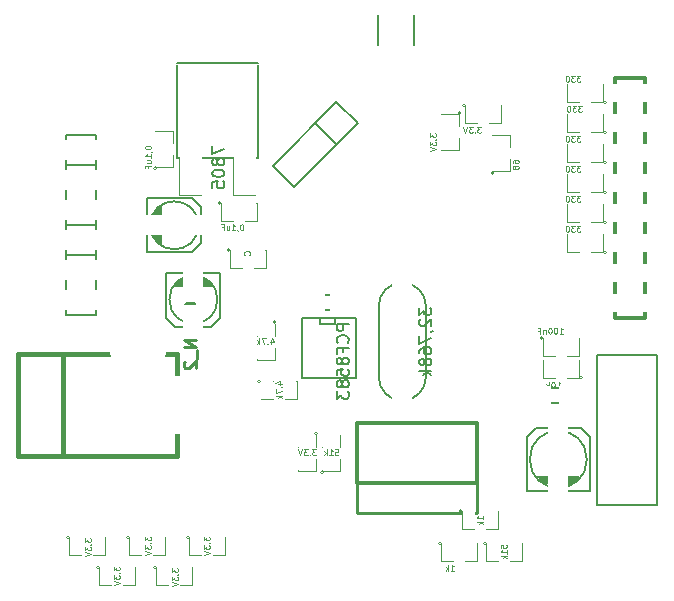
<source format=gbo>
G04 (created by PCBNEW (2013-mar-13)-testing) date nie, 20 paź 2013, 19:29:58*
%MOIN*%
G04 Gerber Fmt 3.4, Leading zero omitted, Abs format*
%FSLAX34Y34*%
G01*
G70*
G90*
G04 APERTURE LIST*
%ADD10C,0.005906*%
%ADD11C,0.005000*%
%ADD12C,0.006000*%
%ADD13C,0.003900*%
%ADD14C,0.012000*%
%ADD15C,0.015000*%
%ADD16C,0.010000*%
%ADD17C,0.004300*%
%ADD18C,0.008000*%
%ADD19R,0.052874X0.066874*%
%ADD20R,0.125984X0.066929*%
%ADD21R,0.066929X0.125984*%
%ADD22R,0.066929X0.165354*%
%ADD23R,0.042874X0.062874*%
%ADD24C,0.067874*%
%ADD25R,0.157874X0.067874*%
%ADD26R,0.062874X0.042874*%
%ADD27R,0.072874X0.127874*%
%ADD28R,0.247874X0.247874*%
%ADD29R,0.067874X0.067874*%
%ADD30C,0.196874*%
%ADD31R,0.196874X0.196874*%
%ADD32C,0.043274*%
%ADD33R,0.110274X0.070874*%
%ADD34R,0.070874X0.110274*%
%ADD35R,0.059074X0.066874*%
%ADD36R,0.070874X0.125974*%
%ADD37R,0.052874X0.027874*%
%ADD38R,0.157874X0.062874*%
G04 APERTURE END LIST*
G54D10*
G54D11*
X16711Y-13070D02*
X16711Y-12570D01*
X16211Y-13070D02*
X16211Y-12580D01*
X16061Y-13070D02*
X16861Y-13070D01*
X16861Y-13070D02*
X16861Y-12570D01*
X16861Y-12570D02*
X16061Y-12570D01*
X16061Y-12570D02*
X16061Y-13070D01*
G54D12*
X1174Y-4145D02*
X174Y-4145D01*
X174Y-4145D02*
X174Y-7145D01*
X174Y-7145D02*
X1174Y-7145D01*
X1174Y-7145D02*
X1174Y-4145D01*
X174Y-5145D02*
X1174Y-5145D01*
X1174Y-7145D02*
X174Y-7145D01*
X174Y-7145D02*
X174Y-10145D01*
X174Y-10145D02*
X1174Y-10145D01*
X1174Y-10145D02*
X1174Y-7145D01*
X174Y-8145D02*
X1174Y-8145D01*
X10567Y-145D02*
X10567Y-1145D01*
X11780Y-1145D02*
X11780Y-145D01*
G54D10*
X12161Y-9839D02*
X12161Y-12201D01*
X10586Y-9839D02*
X10586Y-12201D01*
X11374Y-9052D02*
G75*
G02X12161Y-9839I0J-787D01*
G74*
G01*
X10586Y-9839D02*
G75*
G02X11374Y-9052I787J0D01*
G74*
G01*
X11374Y-12989D02*
G75*
G02X10586Y-12201I0J787D01*
G74*
G01*
X12161Y-12201D02*
G75*
G02X11374Y-12989I-787J0D01*
G74*
G01*
G54D13*
X4274Y-17545D02*
G75*
G03X4274Y-17545I-50J0D01*
G74*
G01*
X4674Y-17545D02*
X4274Y-17545D01*
X4274Y-17545D02*
X4274Y-18145D01*
X4274Y-18145D02*
X4674Y-18145D01*
X5074Y-18145D02*
X5474Y-18145D01*
X5474Y-18145D02*
X5474Y-17545D01*
X5474Y-17545D02*
X5074Y-17545D01*
X3174Y-18545D02*
G75*
G03X3174Y-18545I-50J0D01*
G74*
G01*
X3574Y-18545D02*
X3174Y-18545D01*
X3174Y-18545D02*
X3174Y-19145D01*
X3174Y-19145D02*
X3574Y-19145D01*
X3974Y-19145D02*
X4374Y-19145D01*
X4374Y-19145D02*
X4374Y-18545D01*
X4374Y-18545D02*
X3974Y-18545D01*
X2274Y-17545D02*
G75*
G03X2274Y-17545I-50J0D01*
G74*
G01*
X2674Y-17545D02*
X2274Y-17545D01*
X2274Y-17545D02*
X2274Y-18145D01*
X2274Y-18145D02*
X2674Y-18145D01*
X3074Y-18145D02*
X3474Y-18145D01*
X3474Y-18145D02*
X3474Y-17545D01*
X3474Y-17545D02*
X3074Y-17545D01*
X1274Y-18545D02*
G75*
G03X1274Y-18545I-50J0D01*
G74*
G01*
X1674Y-18545D02*
X1274Y-18545D01*
X1274Y-18545D02*
X1274Y-19145D01*
X1274Y-19145D02*
X1674Y-19145D01*
X2074Y-19145D02*
X2474Y-19145D01*
X2474Y-19145D02*
X2474Y-18545D01*
X2474Y-18545D02*
X2074Y-18545D01*
X274Y-17545D02*
G75*
G03X274Y-17545I-50J0D01*
G74*
G01*
X674Y-17545D02*
X274Y-17545D01*
X274Y-17545D02*
X274Y-18145D01*
X274Y-18145D02*
X674Y-18145D01*
X1074Y-18145D02*
X1474Y-18145D01*
X1474Y-18145D02*
X1474Y-17545D01*
X1474Y-17545D02*
X1074Y-17545D01*
G54D12*
X9888Y-3738D02*
X9181Y-3031D01*
X9181Y-3031D02*
X7059Y-5152D01*
X7059Y-5152D02*
X7766Y-5859D01*
X7766Y-5859D02*
X9888Y-3738D01*
X8474Y-3738D02*
X9181Y-4445D01*
G54D10*
X19861Y-16470D02*
X19861Y-11470D01*
X19861Y-11470D02*
X17861Y-11470D01*
X17861Y-11470D02*
X17861Y-16470D01*
X17861Y-16470D02*
X19861Y-16470D01*
G54D13*
X17374Y-12220D02*
G75*
G03X17374Y-12220I-50J0D01*
G74*
G01*
X16874Y-12220D02*
X17274Y-12220D01*
X17274Y-12220D02*
X17274Y-11620D01*
X17274Y-11620D02*
X16874Y-11620D01*
X16474Y-11620D02*
X16074Y-11620D01*
X16074Y-11620D02*
X16074Y-12220D01*
X16074Y-12220D02*
X16474Y-12220D01*
X18174Y-7045D02*
G75*
G03X18174Y-7045I-50J0D01*
G74*
G01*
X17674Y-7045D02*
X18074Y-7045D01*
X18074Y-7045D02*
X18074Y-6445D01*
X18074Y-6445D02*
X17674Y-6445D01*
X17274Y-6445D02*
X16874Y-6445D01*
X16874Y-6445D02*
X16874Y-7045D01*
X16874Y-7045D02*
X17274Y-7045D01*
X18174Y-6045D02*
G75*
G03X18174Y-6045I-50J0D01*
G74*
G01*
X17674Y-6045D02*
X18074Y-6045D01*
X18074Y-6045D02*
X18074Y-5445D01*
X18074Y-5445D02*
X17674Y-5445D01*
X17274Y-5445D02*
X16874Y-5445D01*
X16874Y-5445D02*
X16874Y-6045D01*
X16874Y-6045D02*
X17274Y-6045D01*
X18174Y-5045D02*
G75*
G03X18174Y-5045I-50J0D01*
G74*
G01*
X17674Y-5045D02*
X18074Y-5045D01*
X18074Y-5045D02*
X18074Y-4445D01*
X18074Y-4445D02*
X17674Y-4445D01*
X17274Y-4445D02*
X16874Y-4445D01*
X16874Y-4445D02*
X16874Y-5045D01*
X16874Y-5045D02*
X17274Y-5045D01*
X18174Y-4045D02*
G75*
G03X18174Y-4045I-50J0D01*
G74*
G01*
X17674Y-4045D02*
X18074Y-4045D01*
X18074Y-4045D02*
X18074Y-3445D01*
X18074Y-3445D02*
X17674Y-3445D01*
X17274Y-3445D02*
X16874Y-3445D01*
X16874Y-3445D02*
X16874Y-4045D01*
X16874Y-4045D02*
X17274Y-4045D01*
X18174Y-3045D02*
G75*
G03X18174Y-3045I-50J0D01*
G74*
G01*
X17674Y-3045D02*
X18074Y-3045D01*
X18074Y-3045D02*
X18074Y-2445D01*
X18074Y-2445D02*
X17674Y-2445D01*
X17274Y-2445D02*
X16874Y-2445D01*
X16874Y-2445D02*
X16874Y-3045D01*
X16874Y-3045D02*
X17274Y-3045D01*
X18174Y-8045D02*
G75*
G03X18174Y-8045I-50J0D01*
G74*
G01*
X17674Y-8045D02*
X18074Y-8045D01*
X18074Y-8045D02*
X18074Y-7445D01*
X18074Y-7445D02*
X17674Y-7445D01*
X17274Y-7445D02*
X16874Y-7445D01*
X16874Y-7445D02*
X16874Y-8045D01*
X16874Y-8045D02*
X17274Y-8045D01*
X14424Y-5395D02*
G75*
G03X14424Y-5395I-50J0D01*
G74*
G01*
X14374Y-4945D02*
X14374Y-5345D01*
X14374Y-5345D02*
X14974Y-5345D01*
X14974Y-5345D02*
X14974Y-4945D01*
X14974Y-4545D02*
X14974Y-4145D01*
X14974Y-4145D02*
X14374Y-4145D01*
X14374Y-4145D02*
X14374Y-4545D01*
G54D11*
X4674Y-4895D02*
X4674Y-6145D01*
X4674Y-6145D02*
X3974Y-6145D01*
X3974Y-6145D02*
X3974Y-4895D01*
X6474Y-4895D02*
X6474Y-6145D01*
X6474Y-6145D02*
X5774Y-6145D01*
X5774Y-6145D02*
X5774Y-4895D01*
X3874Y-2495D02*
X3874Y-4895D01*
X3874Y-4895D02*
X6574Y-4895D01*
X6574Y-4895D02*
X6574Y-1795D01*
X6574Y-1745D02*
X3874Y-1745D01*
X3874Y-1795D02*
X3874Y-2495D01*
G54D14*
X9874Y-15745D02*
X13874Y-15745D01*
X13874Y-15745D02*
X13874Y-13745D01*
X13874Y-13745D02*
X9874Y-13745D01*
X9874Y-13745D02*
X9874Y-15745D01*
G54D15*
X-1125Y-14845D02*
X-1425Y-14845D01*
X-1425Y-14845D02*
X-1425Y-11445D01*
X-1425Y-11445D02*
X-1125Y-11445D01*
X74Y-14845D02*
X74Y-11445D01*
X3874Y-14845D02*
X3874Y-11445D01*
X-1125Y-11445D02*
X3874Y-11445D01*
X-1125Y-14845D02*
X3874Y-14845D01*
G54D13*
X5324Y-6395D02*
G75*
G03X5324Y-6395I-50J0D01*
G74*
G01*
X5724Y-6395D02*
X5324Y-6395D01*
X5324Y-6395D02*
X5324Y-6995D01*
X5324Y-6995D02*
X5724Y-6995D01*
X6124Y-6995D02*
X6524Y-6995D01*
X6524Y-6995D02*
X6524Y-6395D01*
X6524Y-6395D02*
X6124Y-6395D01*
X3174Y-5245D02*
G75*
G03X3174Y-5245I-50J0D01*
G74*
G01*
X3124Y-4795D02*
X3124Y-5195D01*
X3124Y-5195D02*
X3724Y-5195D01*
X3724Y-5195D02*
X3724Y-4795D01*
X3724Y-4395D02*
X3724Y-3995D01*
X3724Y-3995D02*
X3124Y-3995D01*
X3124Y-3995D02*
X3124Y-4395D01*
X16074Y-10895D02*
G75*
G03X16074Y-10895I-50J0D01*
G74*
G01*
X16474Y-10895D02*
X16074Y-10895D01*
X16074Y-10895D02*
X16074Y-11495D01*
X16074Y-11495D02*
X16474Y-11495D01*
X16874Y-11495D02*
X17274Y-11495D01*
X17274Y-11495D02*
X17274Y-10895D01*
X17274Y-10895D02*
X16874Y-10895D01*
X5624Y-7970D02*
G75*
G03X5624Y-7970I-50J0D01*
G74*
G01*
X6024Y-7970D02*
X5624Y-7970D01*
X5624Y-7970D02*
X5624Y-8570D01*
X5624Y-8570D02*
X6024Y-8570D01*
X6424Y-8570D02*
X6824Y-8570D01*
X6824Y-8570D02*
X6824Y-7970D01*
X6824Y-7970D02*
X6424Y-7970D01*
X13324Y-3395D02*
G75*
G03X13324Y-3395I-50J0D01*
G74*
G01*
X13274Y-3845D02*
X13274Y-3445D01*
X13274Y-3445D02*
X12674Y-3445D01*
X12674Y-3445D02*
X12674Y-3845D01*
X12674Y-4245D02*
X12674Y-4645D01*
X12674Y-4645D02*
X13274Y-4645D01*
X13274Y-4645D02*
X13274Y-4245D01*
X13474Y-3145D02*
G75*
G03X13474Y-3145I-50J0D01*
G74*
G01*
X13874Y-3145D02*
X13474Y-3145D01*
X13474Y-3145D02*
X13474Y-3745D01*
X13474Y-3745D02*
X13874Y-3745D01*
X14274Y-3745D02*
X14674Y-3745D01*
X14674Y-3745D02*
X14674Y-3145D01*
X14674Y-3145D02*
X14274Y-3145D01*
G54D16*
X13874Y-15745D02*
X9874Y-15745D01*
X13874Y-16745D02*
X9874Y-16745D01*
X9874Y-16745D02*
X9874Y-15745D01*
X13874Y-15745D02*
X13874Y-16745D01*
G54D11*
X4424Y-7145D02*
X4124Y-7145D01*
X4274Y-7295D02*
X4274Y-6995D01*
X4374Y-6245D02*
X2874Y-6245D01*
X4674Y-7745D02*
X4674Y-6545D01*
X4374Y-6245D02*
X4674Y-6545D01*
X4374Y-8045D02*
X2874Y-8045D01*
X4374Y-8045D02*
X4674Y-7745D01*
X2974Y-7095D02*
X2974Y-7195D01*
X3024Y-7395D02*
X3024Y-6895D01*
X3074Y-6795D02*
X3074Y-7495D01*
X3124Y-6695D02*
X3124Y-7595D01*
X3174Y-7645D02*
X3174Y-6645D01*
X3224Y-6595D02*
X3224Y-7695D01*
X3274Y-7745D02*
X3274Y-6545D01*
X3324Y-7795D02*
X3324Y-6495D01*
X4574Y-7145D02*
G75*
G03X4574Y-7145I-799J0D01*
G74*
G01*
X2874Y-8045D02*
X2874Y-6245D01*
X4411Y-10270D02*
X4411Y-9970D01*
X4261Y-10120D02*
X4561Y-10120D01*
X5311Y-10220D02*
X5311Y-8720D01*
X3811Y-10520D02*
X5011Y-10520D01*
X5311Y-10220D02*
X5011Y-10520D01*
X3511Y-10220D02*
X3511Y-8720D01*
X3511Y-10220D02*
X3811Y-10520D01*
X4461Y-8820D02*
X4361Y-8820D01*
X4161Y-8870D02*
X4661Y-8870D01*
X4761Y-8920D02*
X4061Y-8920D01*
X4861Y-8970D02*
X3961Y-8970D01*
X3911Y-9020D02*
X4911Y-9020D01*
X4961Y-9070D02*
X3861Y-9070D01*
X3811Y-9120D02*
X5011Y-9120D01*
X3761Y-9170D02*
X5061Y-9170D01*
X5211Y-9620D02*
G75*
G03X5211Y-9620I-800J0D01*
G74*
G01*
X3511Y-8720D02*
X5311Y-8720D01*
X9124Y-9970D02*
X9124Y-9470D01*
X8624Y-9970D02*
X8624Y-9480D01*
X8474Y-9970D02*
X9274Y-9970D01*
X9274Y-9970D02*
X9274Y-9470D01*
X9274Y-9470D02*
X8474Y-9470D01*
X8474Y-9470D02*
X8474Y-9970D01*
X16824Y-15845D02*
X16274Y-15845D01*
X16924Y-15795D02*
X16224Y-15795D01*
X17074Y-15745D02*
X16074Y-15745D01*
X16024Y-15695D02*
X17124Y-15695D01*
X17174Y-15645D02*
X15974Y-15645D01*
X15924Y-15595D02*
X17224Y-15595D01*
X17274Y-15545D02*
X15874Y-15545D01*
X17524Y-14945D02*
G75*
G03X17524Y-14945I-950J0D01*
G74*
G01*
X17624Y-15995D02*
X17624Y-14195D01*
X17624Y-14195D02*
X17324Y-13895D01*
X17324Y-13895D02*
X15824Y-13895D01*
X15824Y-13895D02*
X15524Y-14195D01*
X15524Y-14195D02*
X15524Y-15995D01*
X15524Y-15995D02*
X17624Y-15995D01*
X16574Y-14095D02*
X16574Y-14395D01*
X16724Y-14245D02*
X16424Y-14245D01*
G54D13*
X8549Y-14070D02*
G75*
G03X8549Y-14070I-50J0D01*
G74*
G01*
X8499Y-14520D02*
X8499Y-14120D01*
X8499Y-14120D02*
X7899Y-14120D01*
X7899Y-14120D02*
X7899Y-14520D01*
X7899Y-14920D02*
X7899Y-15320D01*
X7899Y-15320D02*
X8499Y-15320D01*
X8499Y-15320D02*
X8499Y-14920D01*
X7174Y-10370D02*
G75*
G03X7174Y-10370I-50J0D01*
G74*
G01*
X7124Y-10820D02*
X7124Y-10420D01*
X7124Y-10420D02*
X6524Y-10420D01*
X6524Y-10420D02*
X6524Y-10820D01*
X6524Y-11220D02*
X6524Y-11620D01*
X6524Y-11620D02*
X7124Y-11620D01*
X7124Y-11620D02*
X7124Y-11220D01*
X6649Y-12345D02*
G75*
G03X6649Y-12345I-50J0D01*
G74*
G01*
X7049Y-12345D02*
X6649Y-12345D01*
X6649Y-12345D02*
X6649Y-12945D01*
X6649Y-12945D02*
X7049Y-12945D01*
X7449Y-12945D02*
X7849Y-12945D01*
X7849Y-12945D02*
X7849Y-12345D01*
X7849Y-12345D02*
X7449Y-12345D01*
X13374Y-16670D02*
G75*
G03X13374Y-16670I-50J0D01*
G74*
G01*
X13774Y-16670D02*
X13374Y-16670D01*
X13374Y-16670D02*
X13374Y-17270D01*
X13374Y-17270D02*
X13774Y-17270D01*
X14174Y-17270D02*
X14574Y-17270D01*
X14574Y-17270D02*
X14574Y-16670D01*
X14574Y-16670D02*
X14174Y-16670D01*
X12674Y-17745D02*
G75*
G03X12674Y-17745I-50J0D01*
G74*
G01*
X13074Y-17745D02*
X12674Y-17745D01*
X12674Y-17745D02*
X12674Y-18345D01*
X12674Y-18345D02*
X13074Y-18345D01*
X13474Y-18345D02*
X13874Y-18345D01*
X13874Y-18345D02*
X13874Y-17745D01*
X13874Y-17745D02*
X13474Y-17745D01*
X8749Y-15370D02*
G75*
G03X8749Y-15370I-50J0D01*
G74*
G01*
X8699Y-14920D02*
X8699Y-15320D01*
X8699Y-15320D02*
X9299Y-15320D01*
X9299Y-15320D02*
X9299Y-14920D01*
X9299Y-14520D02*
X9299Y-14120D01*
X9299Y-14120D02*
X8699Y-14120D01*
X8699Y-14120D02*
X8699Y-14520D01*
X14174Y-17745D02*
G75*
G03X14174Y-17745I-50J0D01*
G74*
G01*
X14574Y-17745D02*
X14174Y-17745D01*
X14174Y-17745D02*
X14174Y-18345D01*
X14174Y-18345D02*
X14574Y-18345D01*
X14974Y-18345D02*
X15374Y-18345D01*
X15374Y-18345D02*
X15374Y-17745D01*
X15374Y-17745D02*
X14974Y-17745D01*
G54D11*
X8024Y-10220D02*
X8024Y-12220D01*
X8024Y-12220D02*
X9824Y-12220D01*
X9824Y-12220D02*
X9824Y-10220D01*
X9824Y-10220D02*
X8024Y-10220D01*
X8624Y-10220D02*
X8624Y-10420D01*
X8624Y-10420D02*
X9124Y-10420D01*
X9124Y-10420D02*
X9124Y-10220D01*
G54D14*
X19474Y-10245D02*
X19474Y-2245D01*
X19474Y-2245D02*
X18474Y-2245D01*
X18474Y-2245D02*
X18474Y-10245D01*
X18474Y-10245D02*
X19474Y-10245D01*
G54D10*
X11945Y-9886D02*
X11945Y-10130D01*
X12095Y-9998D01*
X12095Y-10055D01*
X12114Y-10092D01*
X12133Y-10111D01*
X12170Y-10130D01*
X12264Y-10130D01*
X12302Y-10111D01*
X12320Y-10092D01*
X12339Y-10055D01*
X12339Y-9942D01*
X12320Y-9905D01*
X12302Y-9886D01*
X11983Y-10280D02*
X11964Y-10298D01*
X11945Y-10336D01*
X11945Y-10430D01*
X11964Y-10467D01*
X11983Y-10486D01*
X12020Y-10505D01*
X12058Y-10505D01*
X12114Y-10486D01*
X12339Y-10261D01*
X12339Y-10505D01*
X12320Y-10692D02*
X12339Y-10692D01*
X12377Y-10673D01*
X12395Y-10655D01*
X11945Y-10823D02*
X11945Y-11086D01*
X12339Y-10917D01*
X11945Y-11404D02*
X11945Y-11330D01*
X11964Y-11292D01*
X11983Y-11273D01*
X12039Y-11236D01*
X12114Y-11217D01*
X12264Y-11217D01*
X12302Y-11236D01*
X12320Y-11255D01*
X12339Y-11292D01*
X12339Y-11367D01*
X12320Y-11404D01*
X12302Y-11423D01*
X12264Y-11442D01*
X12170Y-11442D01*
X12133Y-11423D01*
X12114Y-11404D01*
X12095Y-11367D01*
X12095Y-11292D01*
X12114Y-11255D01*
X12133Y-11236D01*
X12170Y-11217D01*
X12114Y-11667D02*
X12095Y-11629D01*
X12077Y-11611D01*
X12039Y-11592D01*
X12020Y-11592D01*
X11983Y-11611D01*
X11964Y-11629D01*
X11945Y-11667D01*
X11945Y-11742D01*
X11964Y-11779D01*
X11983Y-11798D01*
X12020Y-11817D01*
X12039Y-11817D01*
X12077Y-11798D01*
X12095Y-11779D01*
X12114Y-11742D01*
X12114Y-11667D01*
X12133Y-11629D01*
X12152Y-11611D01*
X12189Y-11592D01*
X12264Y-11592D01*
X12302Y-11611D01*
X12320Y-11629D01*
X12339Y-11667D01*
X12339Y-11742D01*
X12320Y-11779D01*
X12302Y-11798D01*
X12264Y-11817D01*
X12189Y-11817D01*
X12152Y-11798D01*
X12133Y-11779D01*
X12114Y-11742D01*
X12339Y-11986D02*
X11945Y-11986D01*
X12189Y-12023D02*
X12339Y-12136D01*
X12077Y-12136D02*
X12227Y-11986D01*
G54D17*
X4753Y-17529D02*
X4753Y-17651D01*
X4828Y-17585D01*
X4828Y-17614D01*
X4837Y-17632D01*
X4847Y-17642D01*
X4866Y-17651D01*
X4913Y-17651D01*
X4931Y-17642D01*
X4941Y-17632D01*
X4950Y-17614D01*
X4950Y-17557D01*
X4941Y-17539D01*
X4931Y-17529D01*
X4931Y-17736D02*
X4941Y-17745D01*
X4950Y-17736D01*
X4941Y-17726D01*
X4931Y-17736D01*
X4950Y-17736D01*
X4753Y-17811D02*
X4753Y-17933D01*
X4828Y-17867D01*
X4828Y-17895D01*
X4837Y-17914D01*
X4847Y-17923D01*
X4866Y-17933D01*
X4913Y-17933D01*
X4931Y-17923D01*
X4941Y-17914D01*
X4950Y-17895D01*
X4950Y-17839D01*
X4941Y-17820D01*
X4931Y-17811D01*
X4753Y-17989D02*
X4950Y-18054D01*
X4753Y-18120D01*
X3703Y-18579D02*
X3703Y-18701D01*
X3778Y-18635D01*
X3778Y-18664D01*
X3787Y-18682D01*
X3797Y-18692D01*
X3816Y-18701D01*
X3863Y-18701D01*
X3881Y-18692D01*
X3891Y-18682D01*
X3900Y-18664D01*
X3900Y-18607D01*
X3891Y-18589D01*
X3881Y-18579D01*
X3881Y-18786D02*
X3891Y-18795D01*
X3900Y-18786D01*
X3891Y-18776D01*
X3881Y-18786D01*
X3900Y-18786D01*
X3703Y-18861D02*
X3703Y-18983D01*
X3778Y-18917D01*
X3778Y-18945D01*
X3787Y-18964D01*
X3797Y-18973D01*
X3816Y-18983D01*
X3863Y-18983D01*
X3881Y-18973D01*
X3891Y-18964D01*
X3900Y-18945D01*
X3900Y-18889D01*
X3891Y-18870D01*
X3881Y-18861D01*
X3703Y-19039D02*
X3900Y-19104D01*
X3703Y-19170D01*
X2803Y-17529D02*
X2803Y-17651D01*
X2878Y-17585D01*
X2878Y-17614D01*
X2887Y-17632D01*
X2897Y-17642D01*
X2916Y-17651D01*
X2963Y-17651D01*
X2981Y-17642D01*
X2991Y-17632D01*
X3000Y-17614D01*
X3000Y-17557D01*
X2991Y-17539D01*
X2981Y-17529D01*
X2981Y-17736D02*
X2991Y-17745D01*
X3000Y-17736D01*
X2991Y-17726D01*
X2981Y-17736D01*
X3000Y-17736D01*
X2803Y-17811D02*
X2803Y-17933D01*
X2878Y-17867D01*
X2878Y-17895D01*
X2887Y-17914D01*
X2897Y-17923D01*
X2916Y-17933D01*
X2963Y-17933D01*
X2981Y-17923D01*
X2991Y-17914D01*
X3000Y-17895D01*
X3000Y-17839D01*
X2991Y-17820D01*
X2981Y-17811D01*
X2803Y-17989D02*
X3000Y-18054D01*
X2803Y-18120D01*
X1753Y-18529D02*
X1753Y-18651D01*
X1828Y-18585D01*
X1828Y-18614D01*
X1837Y-18632D01*
X1847Y-18642D01*
X1866Y-18651D01*
X1913Y-18651D01*
X1931Y-18642D01*
X1941Y-18632D01*
X1950Y-18614D01*
X1950Y-18557D01*
X1941Y-18539D01*
X1931Y-18529D01*
X1931Y-18736D02*
X1941Y-18745D01*
X1950Y-18736D01*
X1941Y-18726D01*
X1931Y-18736D01*
X1950Y-18736D01*
X1753Y-18811D02*
X1753Y-18933D01*
X1828Y-18867D01*
X1828Y-18895D01*
X1837Y-18914D01*
X1847Y-18923D01*
X1866Y-18933D01*
X1913Y-18933D01*
X1931Y-18923D01*
X1941Y-18914D01*
X1950Y-18895D01*
X1950Y-18839D01*
X1941Y-18820D01*
X1931Y-18811D01*
X1753Y-18989D02*
X1950Y-19054D01*
X1753Y-19120D01*
X803Y-17579D02*
X803Y-17701D01*
X878Y-17635D01*
X878Y-17664D01*
X887Y-17682D01*
X897Y-17692D01*
X916Y-17701D01*
X963Y-17701D01*
X981Y-17692D01*
X991Y-17682D01*
X1000Y-17664D01*
X1000Y-17607D01*
X991Y-17589D01*
X981Y-17579D01*
X981Y-17786D02*
X991Y-17795D01*
X1000Y-17786D01*
X991Y-17776D01*
X981Y-17786D01*
X1000Y-17786D01*
X803Y-17861D02*
X803Y-17983D01*
X878Y-17917D01*
X878Y-17945D01*
X887Y-17964D01*
X897Y-17973D01*
X916Y-17983D01*
X963Y-17983D01*
X981Y-17973D01*
X991Y-17964D01*
X1000Y-17945D01*
X1000Y-17889D01*
X991Y-17870D01*
X981Y-17861D01*
X803Y-18039D02*
X1000Y-18104D01*
X803Y-18170D01*
X16528Y-12559D02*
X16641Y-12559D01*
X16584Y-12559D02*
X16584Y-12362D01*
X16603Y-12390D01*
X16622Y-12409D01*
X16641Y-12418D01*
X16406Y-12362D02*
X16387Y-12362D01*
X16369Y-12371D01*
X16359Y-12381D01*
X16350Y-12400D01*
X16341Y-12437D01*
X16341Y-12484D01*
X16350Y-12522D01*
X16359Y-12540D01*
X16369Y-12550D01*
X16387Y-12559D01*
X16406Y-12559D01*
X16425Y-12550D01*
X16434Y-12540D01*
X16444Y-12522D01*
X16453Y-12484D01*
X16453Y-12437D01*
X16444Y-12400D01*
X16434Y-12381D01*
X16425Y-12371D01*
X16406Y-12362D01*
X16256Y-12559D02*
X16256Y-12362D01*
X16237Y-12484D02*
X16181Y-12559D01*
X16181Y-12428D02*
X16256Y-12503D01*
X17314Y-6162D02*
X17192Y-6162D01*
X17258Y-6237D01*
X17230Y-6237D01*
X17211Y-6247D01*
X17202Y-6256D01*
X17192Y-6275D01*
X17192Y-6322D01*
X17202Y-6340D01*
X17211Y-6350D01*
X17230Y-6359D01*
X17286Y-6359D01*
X17305Y-6350D01*
X17314Y-6340D01*
X17127Y-6162D02*
X17005Y-6162D01*
X17070Y-6237D01*
X17042Y-6237D01*
X17023Y-6247D01*
X17014Y-6256D01*
X17005Y-6275D01*
X17005Y-6322D01*
X17014Y-6340D01*
X17023Y-6350D01*
X17042Y-6359D01*
X17098Y-6359D01*
X17117Y-6350D01*
X17127Y-6340D01*
X16883Y-6162D02*
X16864Y-6162D01*
X16845Y-6171D01*
X16836Y-6181D01*
X16826Y-6200D01*
X16817Y-6237D01*
X16817Y-6284D01*
X16826Y-6322D01*
X16836Y-6340D01*
X16845Y-6350D01*
X16864Y-6359D01*
X16883Y-6359D01*
X16901Y-6350D01*
X16911Y-6340D01*
X16920Y-6322D01*
X16930Y-6284D01*
X16930Y-6237D01*
X16920Y-6200D01*
X16911Y-6181D01*
X16901Y-6171D01*
X16883Y-6162D01*
X17314Y-5162D02*
X17192Y-5162D01*
X17258Y-5237D01*
X17230Y-5237D01*
X17211Y-5247D01*
X17202Y-5256D01*
X17192Y-5275D01*
X17192Y-5322D01*
X17202Y-5340D01*
X17211Y-5350D01*
X17230Y-5359D01*
X17286Y-5359D01*
X17305Y-5350D01*
X17314Y-5340D01*
X17127Y-5162D02*
X17005Y-5162D01*
X17070Y-5237D01*
X17042Y-5237D01*
X17023Y-5247D01*
X17014Y-5256D01*
X17005Y-5275D01*
X17005Y-5322D01*
X17014Y-5340D01*
X17023Y-5350D01*
X17042Y-5359D01*
X17098Y-5359D01*
X17117Y-5350D01*
X17127Y-5340D01*
X16883Y-5162D02*
X16864Y-5162D01*
X16845Y-5171D01*
X16836Y-5181D01*
X16826Y-5200D01*
X16817Y-5237D01*
X16817Y-5284D01*
X16826Y-5322D01*
X16836Y-5340D01*
X16845Y-5350D01*
X16864Y-5359D01*
X16883Y-5359D01*
X16901Y-5350D01*
X16911Y-5340D01*
X16920Y-5322D01*
X16930Y-5284D01*
X16930Y-5237D01*
X16920Y-5200D01*
X16911Y-5181D01*
X16901Y-5171D01*
X16883Y-5162D01*
X17314Y-4162D02*
X17192Y-4162D01*
X17258Y-4237D01*
X17230Y-4237D01*
X17211Y-4247D01*
X17202Y-4256D01*
X17192Y-4275D01*
X17192Y-4322D01*
X17202Y-4340D01*
X17211Y-4350D01*
X17230Y-4359D01*
X17286Y-4359D01*
X17305Y-4350D01*
X17314Y-4340D01*
X17127Y-4162D02*
X17005Y-4162D01*
X17070Y-4237D01*
X17042Y-4237D01*
X17023Y-4247D01*
X17014Y-4256D01*
X17005Y-4275D01*
X17005Y-4322D01*
X17014Y-4340D01*
X17023Y-4350D01*
X17042Y-4359D01*
X17098Y-4359D01*
X17117Y-4350D01*
X17127Y-4340D01*
X16883Y-4162D02*
X16864Y-4162D01*
X16845Y-4171D01*
X16836Y-4181D01*
X16826Y-4200D01*
X16817Y-4237D01*
X16817Y-4284D01*
X16826Y-4322D01*
X16836Y-4340D01*
X16845Y-4350D01*
X16864Y-4359D01*
X16883Y-4359D01*
X16901Y-4350D01*
X16911Y-4340D01*
X16920Y-4322D01*
X16930Y-4284D01*
X16930Y-4237D01*
X16920Y-4200D01*
X16911Y-4181D01*
X16901Y-4171D01*
X16883Y-4162D01*
X17364Y-3162D02*
X17242Y-3162D01*
X17308Y-3237D01*
X17280Y-3237D01*
X17261Y-3247D01*
X17252Y-3256D01*
X17242Y-3275D01*
X17242Y-3322D01*
X17252Y-3340D01*
X17261Y-3350D01*
X17280Y-3359D01*
X17336Y-3359D01*
X17355Y-3350D01*
X17364Y-3340D01*
X17177Y-3162D02*
X17055Y-3162D01*
X17120Y-3237D01*
X17092Y-3237D01*
X17073Y-3247D01*
X17064Y-3256D01*
X17055Y-3275D01*
X17055Y-3322D01*
X17064Y-3340D01*
X17073Y-3350D01*
X17092Y-3359D01*
X17148Y-3359D01*
X17167Y-3350D01*
X17177Y-3340D01*
X16933Y-3162D02*
X16914Y-3162D01*
X16895Y-3171D01*
X16886Y-3181D01*
X16876Y-3200D01*
X16867Y-3237D01*
X16867Y-3284D01*
X16876Y-3322D01*
X16886Y-3340D01*
X16895Y-3350D01*
X16914Y-3359D01*
X16933Y-3359D01*
X16951Y-3350D01*
X16961Y-3340D01*
X16970Y-3322D01*
X16980Y-3284D01*
X16980Y-3237D01*
X16970Y-3200D01*
X16961Y-3181D01*
X16951Y-3171D01*
X16933Y-3162D01*
X17314Y-2162D02*
X17192Y-2162D01*
X17258Y-2237D01*
X17230Y-2237D01*
X17211Y-2247D01*
X17202Y-2256D01*
X17192Y-2275D01*
X17192Y-2322D01*
X17202Y-2340D01*
X17211Y-2350D01*
X17230Y-2359D01*
X17286Y-2359D01*
X17305Y-2350D01*
X17314Y-2340D01*
X17127Y-2162D02*
X17005Y-2162D01*
X17070Y-2237D01*
X17042Y-2237D01*
X17023Y-2247D01*
X17014Y-2256D01*
X17005Y-2275D01*
X17005Y-2322D01*
X17014Y-2340D01*
X17023Y-2350D01*
X17042Y-2359D01*
X17098Y-2359D01*
X17117Y-2350D01*
X17127Y-2340D01*
X16883Y-2162D02*
X16864Y-2162D01*
X16845Y-2171D01*
X16836Y-2181D01*
X16826Y-2200D01*
X16817Y-2237D01*
X16817Y-2284D01*
X16826Y-2322D01*
X16836Y-2340D01*
X16845Y-2350D01*
X16864Y-2359D01*
X16883Y-2359D01*
X16901Y-2350D01*
X16911Y-2340D01*
X16920Y-2322D01*
X16930Y-2284D01*
X16930Y-2237D01*
X16920Y-2200D01*
X16911Y-2181D01*
X16901Y-2171D01*
X16883Y-2162D01*
X17314Y-7162D02*
X17192Y-7162D01*
X17258Y-7237D01*
X17230Y-7237D01*
X17211Y-7247D01*
X17202Y-7256D01*
X17192Y-7275D01*
X17192Y-7322D01*
X17202Y-7340D01*
X17211Y-7350D01*
X17230Y-7359D01*
X17286Y-7359D01*
X17305Y-7350D01*
X17314Y-7340D01*
X17127Y-7162D02*
X17005Y-7162D01*
X17070Y-7237D01*
X17042Y-7237D01*
X17023Y-7247D01*
X17014Y-7256D01*
X17005Y-7275D01*
X17005Y-7322D01*
X17014Y-7340D01*
X17023Y-7350D01*
X17042Y-7359D01*
X17098Y-7359D01*
X17117Y-7350D01*
X17127Y-7340D01*
X16883Y-7162D02*
X16864Y-7162D01*
X16845Y-7171D01*
X16836Y-7181D01*
X16826Y-7200D01*
X16817Y-7237D01*
X16817Y-7284D01*
X16826Y-7322D01*
X16836Y-7340D01*
X16845Y-7350D01*
X16864Y-7359D01*
X16883Y-7359D01*
X16901Y-7350D01*
X16911Y-7340D01*
X16920Y-7322D01*
X16930Y-7284D01*
X16930Y-7237D01*
X16920Y-7200D01*
X16911Y-7181D01*
X16901Y-7171D01*
X16883Y-7162D01*
X15053Y-5064D02*
X15053Y-5026D01*
X15062Y-5007D01*
X15072Y-4998D01*
X15100Y-4979D01*
X15137Y-4970D01*
X15213Y-4970D01*
X15231Y-4979D01*
X15241Y-4989D01*
X15250Y-5007D01*
X15250Y-5045D01*
X15241Y-5064D01*
X15231Y-5073D01*
X15213Y-5082D01*
X15166Y-5082D01*
X15147Y-5073D01*
X15137Y-5064D01*
X15128Y-5045D01*
X15128Y-5007D01*
X15137Y-4989D01*
X15147Y-4979D01*
X15166Y-4970D01*
X15137Y-5195D02*
X15128Y-5176D01*
X15119Y-5167D01*
X15100Y-5157D01*
X15091Y-5157D01*
X15072Y-5167D01*
X15062Y-5176D01*
X15053Y-5195D01*
X15053Y-5233D01*
X15062Y-5251D01*
X15072Y-5261D01*
X15091Y-5270D01*
X15100Y-5270D01*
X15119Y-5261D01*
X15128Y-5251D01*
X15137Y-5233D01*
X15137Y-5195D01*
X15147Y-5176D01*
X15156Y-5167D01*
X15175Y-5157D01*
X15213Y-5157D01*
X15231Y-5167D01*
X15241Y-5176D01*
X15250Y-5195D01*
X15250Y-5233D01*
X15241Y-5251D01*
X15231Y-5261D01*
X15213Y-5270D01*
X15175Y-5270D01*
X15156Y-5261D01*
X15147Y-5251D01*
X15137Y-5233D01*
G54D18*
X5042Y-4515D02*
X5042Y-4782D01*
X5442Y-4610D01*
X5213Y-4991D02*
X5194Y-4953D01*
X5175Y-4934D01*
X5137Y-4915D01*
X5118Y-4915D01*
X5080Y-4934D01*
X5061Y-4953D01*
X5042Y-4991D01*
X5042Y-5068D01*
X5061Y-5106D01*
X5080Y-5125D01*
X5118Y-5144D01*
X5137Y-5144D01*
X5175Y-5125D01*
X5194Y-5106D01*
X5213Y-5068D01*
X5213Y-4991D01*
X5232Y-4953D01*
X5251Y-4934D01*
X5289Y-4915D01*
X5366Y-4915D01*
X5404Y-4934D01*
X5423Y-4953D01*
X5442Y-4991D01*
X5442Y-5068D01*
X5423Y-5106D01*
X5404Y-5125D01*
X5366Y-5144D01*
X5289Y-5144D01*
X5251Y-5125D01*
X5232Y-5106D01*
X5213Y-5068D01*
X5042Y-5391D02*
X5042Y-5429D01*
X5061Y-5468D01*
X5080Y-5487D01*
X5118Y-5506D01*
X5194Y-5525D01*
X5289Y-5525D01*
X5366Y-5506D01*
X5404Y-5487D01*
X5423Y-5468D01*
X5442Y-5429D01*
X5442Y-5391D01*
X5423Y-5353D01*
X5404Y-5334D01*
X5366Y-5315D01*
X5289Y-5296D01*
X5194Y-5296D01*
X5118Y-5315D01*
X5080Y-5334D01*
X5061Y-5353D01*
X5042Y-5391D01*
X5042Y-5887D02*
X5042Y-5696D01*
X5232Y-5677D01*
X5213Y-5696D01*
X5194Y-5734D01*
X5194Y-5829D01*
X5213Y-5868D01*
X5232Y-5887D01*
X5270Y-5906D01*
X5366Y-5906D01*
X5404Y-5887D01*
X5423Y-5868D01*
X5442Y-5829D01*
X5442Y-5734D01*
X5423Y-5696D01*
X5404Y-5677D01*
G54D16*
X4454Y-9972D02*
X4473Y-9953D01*
X4492Y-9896D01*
X4492Y-9858D01*
X4473Y-9801D01*
X4435Y-9763D01*
X4397Y-9744D01*
X4320Y-9725D01*
X4263Y-9725D01*
X4187Y-9744D01*
X4149Y-9763D01*
X4111Y-9801D01*
X4092Y-9858D01*
X4092Y-9896D01*
X4111Y-9953D01*
X4130Y-9972D01*
X4092Y-10220D02*
X4092Y-10296D01*
X4111Y-10334D01*
X4149Y-10372D01*
X4225Y-10391D01*
X4359Y-10391D01*
X4435Y-10372D01*
X4473Y-10334D01*
X4492Y-10296D01*
X4492Y-10220D01*
X4473Y-10182D01*
X4435Y-10144D01*
X4359Y-10125D01*
X4225Y-10125D01*
X4149Y-10144D01*
X4111Y-10182D01*
X4092Y-10220D01*
X4492Y-10563D02*
X4092Y-10563D01*
X4492Y-10791D01*
X4092Y-10791D01*
X4492Y-10982D02*
X4092Y-10982D01*
X4492Y-11210D01*
X4092Y-11210D01*
X4530Y-11306D02*
X4530Y-11610D01*
X4130Y-11687D02*
X4111Y-11706D01*
X4092Y-11744D01*
X4092Y-11839D01*
X4111Y-11877D01*
X4130Y-11896D01*
X4168Y-11915D01*
X4206Y-11915D01*
X4263Y-11896D01*
X4492Y-11668D01*
X4492Y-11915D01*
G54D17*
X6035Y-7112D02*
X6016Y-7112D01*
X5997Y-7121D01*
X5988Y-7131D01*
X5978Y-7150D01*
X5969Y-7187D01*
X5969Y-7234D01*
X5978Y-7272D01*
X5988Y-7290D01*
X5997Y-7300D01*
X6016Y-7309D01*
X6035Y-7309D01*
X6053Y-7300D01*
X6063Y-7290D01*
X6072Y-7272D01*
X6081Y-7234D01*
X6081Y-7187D01*
X6072Y-7150D01*
X6063Y-7131D01*
X6053Y-7121D01*
X6035Y-7112D01*
X5875Y-7300D02*
X5875Y-7309D01*
X5884Y-7328D01*
X5894Y-7337D01*
X5687Y-7309D02*
X5800Y-7309D01*
X5744Y-7309D02*
X5744Y-7112D01*
X5763Y-7140D01*
X5781Y-7159D01*
X5800Y-7168D01*
X5519Y-7178D02*
X5519Y-7309D01*
X5603Y-7178D02*
X5603Y-7281D01*
X5594Y-7300D01*
X5575Y-7309D01*
X5547Y-7309D01*
X5528Y-7300D01*
X5519Y-7290D01*
X5359Y-7206D02*
X5425Y-7206D01*
X5425Y-7309D02*
X5425Y-7112D01*
X5331Y-7112D01*
X2803Y-4546D02*
X2803Y-4565D01*
X2812Y-4584D01*
X2822Y-4593D01*
X2841Y-4603D01*
X2878Y-4612D01*
X2925Y-4612D01*
X2963Y-4603D01*
X2981Y-4593D01*
X2991Y-4584D01*
X3000Y-4565D01*
X3000Y-4546D01*
X2991Y-4528D01*
X2981Y-4518D01*
X2963Y-4509D01*
X2925Y-4499D01*
X2878Y-4499D01*
X2841Y-4509D01*
X2822Y-4518D01*
X2812Y-4528D01*
X2803Y-4546D01*
X2991Y-4706D02*
X3000Y-4706D01*
X3019Y-4696D01*
X3028Y-4687D01*
X3000Y-4893D02*
X3000Y-4781D01*
X3000Y-4837D02*
X2803Y-4837D01*
X2831Y-4818D01*
X2850Y-4800D01*
X2859Y-4781D01*
X2869Y-5062D02*
X3000Y-5062D01*
X2869Y-4978D02*
X2972Y-4978D01*
X2991Y-4987D01*
X3000Y-5006D01*
X3000Y-5034D01*
X2991Y-5053D01*
X2981Y-5062D01*
X2897Y-5222D02*
X2897Y-5156D01*
X3000Y-5156D02*
X2803Y-5156D01*
X2803Y-5250D01*
X16616Y-10759D02*
X16728Y-10759D01*
X16672Y-10759D02*
X16672Y-10562D01*
X16691Y-10590D01*
X16710Y-10609D01*
X16728Y-10618D01*
X16494Y-10562D02*
X16475Y-10562D01*
X16456Y-10571D01*
X16447Y-10581D01*
X16438Y-10600D01*
X16428Y-10637D01*
X16428Y-10684D01*
X16438Y-10722D01*
X16447Y-10740D01*
X16456Y-10750D01*
X16475Y-10759D01*
X16494Y-10759D01*
X16513Y-10750D01*
X16522Y-10740D01*
X16531Y-10722D01*
X16541Y-10684D01*
X16541Y-10637D01*
X16531Y-10600D01*
X16522Y-10581D01*
X16513Y-10571D01*
X16494Y-10562D01*
X16306Y-10562D02*
X16287Y-10562D01*
X16269Y-10571D01*
X16259Y-10581D01*
X16250Y-10600D01*
X16241Y-10637D01*
X16241Y-10684D01*
X16250Y-10722D01*
X16259Y-10740D01*
X16269Y-10750D01*
X16287Y-10759D01*
X16306Y-10759D01*
X16325Y-10750D01*
X16334Y-10740D01*
X16344Y-10722D01*
X16353Y-10684D01*
X16353Y-10637D01*
X16344Y-10600D01*
X16334Y-10581D01*
X16325Y-10571D01*
X16306Y-10562D01*
X16156Y-10628D02*
X16156Y-10759D01*
X16156Y-10647D02*
X16147Y-10637D01*
X16128Y-10628D01*
X16100Y-10628D01*
X16081Y-10637D01*
X16072Y-10656D01*
X16072Y-10759D01*
X15912Y-10656D02*
X15978Y-10656D01*
X15978Y-10759D02*
X15978Y-10562D01*
X15884Y-10562D01*
X6281Y-8131D02*
X6291Y-8122D01*
X6300Y-8093D01*
X6300Y-8075D01*
X6291Y-8047D01*
X6272Y-8028D01*
X6253Y-8018D01*
X6216Y-8009D01*
X6187Y-8009D01*
X6150Y-8018D01*
X6131Y-8028D01*
X6112Y-8047D01*
X6103Y-8075D01*
X6103Y-8093D01*
X6112Y-8122D01*
X6122Y-8131D01*
X12303Y-4079D02*
X12303Y-4201D01*
X12378Y-4135D01*
X12378Y-4164D01*
X12387Y-4182D01*
X12397Y-4192D01*
X12416Y-4201D01*
X12463Y-4201D01*
X12481Y-4192D01*
X12491Y-4182D01*
X12500Y-4164D01*
X12500Y-4107D01*
X12491Y-4089D01*
X12481Y-4079D01*
X12481Y-4286D02*
X12491Y-4295D01*
X12500Y-4286D01*
X12491Y-4276D01*
X12481Y-4286D01*
X12500Y-4286D01*
X12303Y-4361D02*
X12303Y-4483D01*
X12378Y-4417D01*
X12378Y-4445D01*
X12387Y-4464D01*
X12397Y-4473D01*
X12416Y-4483D01*
X12463Y-4483D01*
X12481Y-4473D01*
X12491Y-4464D01*
X12500Y-4445D01*
X12500Y-4389D01*
X12491Y-4370D01*
X12481Y-4361D01*
X12303Y-4539D02*
X12500Y-4604D01*
X12303Y-4670D01*
X14002Y-3862D02*
X13880Y-3862D01*
X13945Y-3937D01*
X13917Y-3937D01*
X13899Y-3947D01*
X13889Y-3956D01*
X13880Y-3975D01*
X13880Y-4022D01*
X13889Y-4040D01*
X13899Y-4050D01*
X13917Y-4059D01*
X13974Y-4059D01*
X13992Y-4050D01*
X14002Y-4040D01*
X13795Y-4040D02*
X13786Y-4050D01*
X13795Y-4059D01*
X13805Y-4050D01*
X13795Y-4040D01*
X13795Y-4059D01*
X13720Y-3862D02*
X13598Y-3862D01*
X13664Y-3937D01*
X13636Y-3937D01*
X13617Y-3947D01*
X13608Y-3956D01*
X13598Y-3975D01*
X13598Y-4022D01*
X13608Y-4040D01*
X13617Y-4050D01*
X13636Y-4059D01*
X13692Y-4059D01*
X13711Y-4050D01*
X13720Y-4040D01*
X13542Y-3862D02*
X13476Y-4059D01*
X13411Y-3862D01*
X8502Y-14612D02*
X8380Y-14612D01*
X8445Y-14687D01*
X8417Y-14687D01*
X8399Y-14697D01*
X8389Y-14706D01*
X8380Y-14725D01*
X8380Y-14772D01*
X8389Y-14790D01*
X8399Y-14800D01*
X8417Y-14809D01*
X8474Y-14809D01*
X8492Y-14800D01*
X8502Y-14790D01*
X8295Y-14790D02*
X8286Y-14800D01*
X8295Y-14809D01*
X8305Y-14800D01*
X8295Y-14790D01*
X8295Y-14809D01*
X8220Y-14612D02*
X8098Y-14612D01*
X8164Y-14687D01*
X8136Y-14687D01*
X8117Y-14697D01*
X8108Y-14706D01*
X8098Y-14725D01*
X8098Y-14772D01*
X8108Y-14790D01*
X8117Y-14800D01*
X8136Y-14809D01*
X8192Y-14809D01*
X8211Y-14800D01*
X8220Y-14790D01*
X8042Y-14612D02*
X7976Y-14809D01*
X7911Y-14612D01*
X6994Y-10978D02*
X6994Y-11109D01*
X7041Y-10903D02*
X7088Y-11043D01*
X6966Y-11043D01*
X6891Y-11090D02*
X6881Y-11100D01*
X6891Y-11109D01*
X6900Y-11100D01*
X6891Y-11090D01*
X6891Y-11109D01*
X6816Y-10912D02*
X6684Y-10912D01*
X6769Y-11109D01*
X6609Y-11109D02*
X6609Y-10912D01*
X6590Y-11034D02*
X6534Y-11109D01*
X6534Y-10978D02*
X6609Y-11053D01*
X7219Y-12437D02*
X7350Y-12437D01*
X7144Y-12390D02*
X7284Y-12343D01*
X7284Y-12465D01*
X7331Y-12540D02*
X7341Y-12550D01*
X7350Y-12540D01*
X7341Y-12531D01*
X7331Y-12540D01*
X7350Y-12540D01*
X7153Y-12615D02*
X7153Y-12747D01*
X7350Y-12662D01*
X7350Y-12822D02*
X7153Y-12822D01*
X7275Y-12840D02*
X7350Y-12897D01*
X7219Y-12897D02*
X7294Y-12822D01*
X14050Y-16947D02*
X14050Y-16834D01*
X14050Y-16890D02*
X13853Y-16890D01*
X13881Y-16871D01*
X13900Y-16853D01*
X13909Y-16834D01*
X14050Y-17031D02*
X13853Y-17031D01*
X13975Y-17050D02*
X14050Y-17106D01*
X13919Y-17106D02*
X13994Y-17031D01*
X12984Y-18659D02*
X13097Y-18659D01*
X13041Y-18659D02*
X13041Y-18462D01*
X13059Y-18490D01*
X13078Y-18509D01*
X13097Y-18518D01*
X12900Y-18659D02*
X12900Y-18462D01*
X12881Y-18584D02*
X12825Y-18659D01*
X12825Y-18528D02*
X12900Y-18603D01*
X9138Y-14612D02*
X9231Y-14612D01*
X9241Y-14706D01*
X9231Y-14697D01*
X9213Y-14687D01*
X9166Y-14687D01*
X9147Y-14697D01*
X9138Y-14706D01*
X9128Y-14725D01*
X9128Y-14772D01*
X9138Y-14790D01*
X9147Y-14800D01*
X9166Y-14809D01*
X9213Y-14809D01*
X9231Y-14800D01*
X9241Y-14790D01*
X8941Y-14809D02*
X9053Y-14809D01*
X8997Y-14809D02*
X8997Y-14612D01*
X9016Y-14640D01*
X9034Y-14659D01*
X9053Y-14668D01*
X8856Y-14809D02*
X8856Y-14612D01*
X8837Y-14734D02*
X8781Y-14809D01*
X8781Y-14678D02*
X8856Y-14753D01*
X14653Y-17893D02*
X14653Y-17800D01*
X14747Y-17790D01*
X14737Y-17800D01*
X14728Y-17818D01*
X14728Y-17865D01*
X14737Y-17884D01*
X14747Y-17893D01*
X14766Y-17903D01*
X14813Y-17903D01*
X14831Y-17893D01*
X14841Y-17884D01*
X14850Y-17865D01*
X14850Y-17818D01*
X14841Y-17800D01*
X14831Y-17790D01*
X14850Y-18090D02*
X14850Y-17978D01*
X14850Y-18034D02*
X14653Y-18034D01*
X14681Y-18015D01*
X14700Y-17997D01*
X14709Y-17978D01*
X14850Y-18175D02*
X14653Y-18175D01*
X14775Y-18194D02*
X14850Y-18250D01*
X14719Y-18250D02*
X14794Y-18175D01*
G54D11*
X9592Y-10432D02*
X9192Y-10432D01*
X9192Y-10584D01*
X9211Y-10622D01*
X9230Y-10641D01*
X9268Y-10660D01*
X9325Y-10660D01*
X9363Y-10641D01*
X9382Y-10622D01*
X9401Y-10584D01*
X9401Y-10432D01*
X9554Y-11060D02*
X9573Y-11041D01*
X9592Y-10984D01*
X9592Y-10946D01*
X9573Y-10889D01*
X9535Y-10851D01*
X9497Y-10832D01*
X9420Y-10813D01*
X9363Y-10813D01*
X9287Y-10832D01*
X9249Y-10851D01*
X9211Y-10889D01*
X9192Y-10946D01*
X9192Y-10984D01*
X9211Y-11041D01*
X9230Y-11060D01*
X9382Y-11365D02*
X9382Y-11232D01*
X9592Y-11232D02*
X9192Y-11232D01*
X9192Y-11422D01*
X9363Y-11632D02*
X9344Y-11594D01*
X9325Y-11575D01*
X9287Y-11556D01*
X9268Y-11556D01*
X9230Y-11575D01*
X9211Y-11594D01*
X9192Y-11632D01*
X9192Y-11708D01*
X9211Y-11746D01*
X9230Y-11765D01*
X9268Y-11784D01*
X9287Y-11784D01*
X9325Y-11765D01*
X9344Y-11746D01*
X9363Y-11708D01*
X9363Y-11632D01*
X9382Y-11594D01*
X9401Y-11575D01*
X9439Y-11556D01*
X9516Y-11556D01*
X9554Y-11575D01*
X9573Y-11594D01*
X9592Y-11632D01*
X9592Y-11708D01*
X9573Y-11746D01*
X9554Y-11765D01*
X9516Y-11784D01*
X9439Y-11784D01*
X9401Y-11765D01*
X9382Y-11746D01*
X9363Y-11708D01*
X9192Y-12146D02*
X9192Y-11956D01*
X9382Y-11937D01*
X9363Y-11956D01*
X9344Y-11994D01*
X9344Y-12089D01*
X9363Y-12127D01*
X9382Y-12146D01*
X9420Y-12165D01*
X9516Y-12165D01*
X9554Y-12146D01*
X9573Y-12127D01*
X9592Y-12089D01*
X9592Y-11994D01*
X9573Y-11956D01*
X9554Y-11937D01*
X9363Y-12394D02*
X9344Y-12356D01*
X9325Y-12337D01*
X9287Y-12318D01*
X9268Y-12318D01*
X9230Y-12337D01*
X9211Y-12356D01*
X9192Y-12394D01*
X9192Y-12470D01*
X9211Y-12508D01*
X9230Y-12527D01*
X9268Y-12546D01*
X9287Y-12546D01*
X9325Y-12527D01*
X9344Y-12508D01*
X9363Y-12470D01*
X9363Y-12394D01*
X9382Y-12356D01*
X9401Y-12337D01*
X9439Y-12318D01*
X9516Y-12318D01*
X9554Y-12337D01*
X9573Y-12356D01*
X9592Y-12394D01*
X9592Y-12470D01*
X9573Y-12508D01*
X9554Y-12527D01*
X9516Y-12546D01*
X9439Y-12546D01*
X9401Y-12527D01*
X9382Y-12508D01*
X9363Y-12470D01*
X9192Y-12679D02*
X9192Y-12927D01*
X9344Y-12794D01*
X9344Y-12851D01*
X9363Y-12889D01*
X9382Y-12908D01*
X9420Y-12927D01*
X9516Y-12927D01*
X9554Y-12908D01*
X9573Y-12889D01*
X9592Y-12851D01*
X9592Y-12737D01*
X9573Y-12699D01*
X9554Y-12679D01*
G54D16*
%LPC*%
G54D19*
X16861Y-12820D03*
X16061Y-12820D03*
G54D20*
X674Y-4645D03*
X674Y-5645D03*
X674Y-6645D03*
X674Y-7645D03*
X674Y-8645D03*
X674Y-9645D03*
G54D21*
X11174Y-645D03*
X11174Y-645D03*
G54D22*
X11374Y-9445D03*
X11374Y-12595D03*
G54D23*
X4499Y-17845D03*
X5249Y-17845D03*
X3399Y-18845D03*
X4149Y-18845D03*
X2499Y-17845D03*
X3249Y-17845D03*
X1499Y-18845D03*
X2249Y-18845D03*
X499Y-17845D03*
X1249Y-17845D03*
G54D10*
G36*
X9181Y-3258D02*
X9661Y-3738D01*
X9181Y-4218D01*
X8701Y-3738D01*
X9181Y-3258D01*
X9181Y-3258D01*
G37*
G54D24*
X8474Y-4445D03*
X7766Y-5152D03*
G54D25*
X18861Y-15970D03*
X18861Y-11970D03*
X18861Y-13970D03*
X18861Y-12970D03*
X18861Y-14970D03*
X18861Y-11970D03*
X18861Y-12970D03*
X18861Y-13970D03*
X18861Y-14970D03*
X18861Y-15970D03*
G54D23*
X17049Y-11920D03*
X16299Y-11920D03*
X17849Y-6745D03*
X17099Y-6745D03*
X17849Y-5745D03*
X17099Y-5745D03*
X17849Y-4745D03*
X17099Y-4745D03*
X17849Y-3745D03*
X17099Y-3745D03*
X17849Y-2745D03*
X17099Y-2745D03*
X17849Y-7745D03*
X17099Y-7745D03*
G54D26*
X14674Y-5120D03*
X14674Y-4370D03*
G54D27*
X6124Y-5495D03*
G54D28*
X5224Y-2995D03*
G54D27*
X4324Y-5495D03*
G54D29*
X10374Y-14245D03*
G54D24*
X10374Y-15245D03*
X11374Y-14245D03*
X11374Y-15245D03*
X12374Y-14245D03*
X12374Y-15245D03*
X13374Y-14245D03*
X13374Y-15245D03*
G54D30*
X1674Y-13145D03*
G54D31*
X4074Y-13145D03*
G54D30*
X2574Y-11145D03*
G54D23*
X5549Y-6695D03*
X6299Y-6695D03*
G54D26*
X3424Y-4970D03*
X3424Y-4220D03*
G54D23*
X16299Y-11195D03*
X17049Y-11195D03*
X5849Y-8270D03*
X6599Y-8270D03*
G54D26*
X12974Y-3670D03*
X12974Y-4420D03*
G54D23*
X13699Y-3445D03*
X14449Y-3445D03*
G54D29*
X6649Y-9170D03*
X10374Y-16245D03*
G54D24*
X11374Y-16245D03*
X12374Y-16245D03*
X13374Y-16245D03*
G54D32*
X15140Y-1780D03*
X13408Y-1780D03*
G54D33*
X4483Y-7145D03*
X3065Y-7145D03*
G54D34*
X4411Y-10329D03*
X4411Y-8911D03*
G54D35*
X9249Y-9720D03*
X8499Y-9720D03*
G54D36*
X16574Y-14079D03*
X16574Y-15811D03*
G54D26*
X8199Y-14345D03*
X8199Y-15095D03*
X6824Y-10645D03*
X6824Y-11395D03*
G54D23*
X6874Y-12645D03*
X7624Y-12645D03*
X13599Y-16970D03*
X14349Y-16970D03*
X12899Y-18045D03*
X13649Y-18045D03*
G54D26*
X8999Y-15095D03*
X8999Y-14345D03*
G54D23*
X14399Y-18045D03*
X15149Y-18045D03*
G54D37*
X7674Y-10470D03*
X7674Y-10970D03*
X7674Y-11470D03*
X7674Y-11970D03*
X10174Y-11970D03*
X10174Y-11470D03*
X10174Y-10970D03*
X10174Y-10470D03*
G54D38*
X18974Y-9745D03*
X18974Y-8745D03*
X18974Y-7745D03*
X18974Y-6745D03*
X18974Y-5745D03*
X18974Y-4745D03*
X18974Y-3745D03*
X18974Y-2745D03*
M02*

</source>
